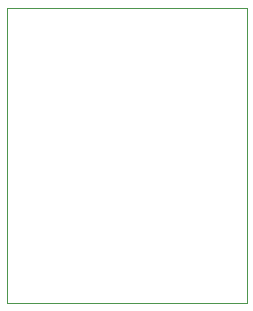
<source format=gbr>
G04 #@! TF.GenerationSoftware,KiCad,Pcbnew,(5.1.5-0)*
G04 #@! TF.CreationDate,2020-04-09T11:26:26+02:00*
G04 #@! TF.ProjectId,dxl-fan-module,64786c2d-6661-46e2-9d6d-6f64756c652e,rev?*
G04 #@! TF.SameCoordinates,Original*
G04 #@! TF.FileFunction,Profile,NP*
%FSLAX46Y46*%
G04 Gerber Fmt 4.6, Leading zero omitted, Abs format (unit mm)*
G04 Created by KiCad (PCBNEW (5.1.5-0)) date 2020-04-09 11:26:26*
%MOMM*%
%LPD*%
G04 APERTURE LIST*
%ADD10C,0.125000*%
G04 APERTURE END LIST*
D10*
X84375000Y-78775000D02*
X64050000Y-78775000D01*
X84375000Y-53775000D02*
X64050000Y-53775000D01*
X84375000Y-78775000D02*
X84375000Y-53775000D01*
X64050000Y-53775000D02*
X64050000Y-78775000D01*
M02*

</source>
